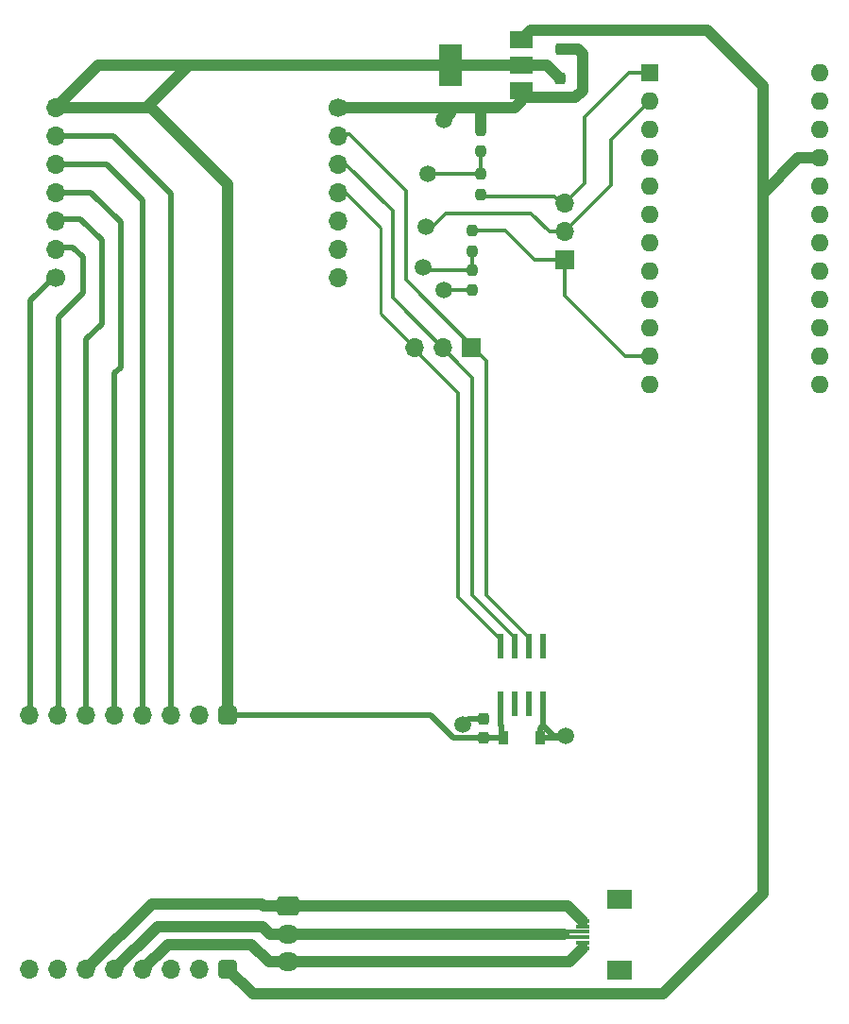
<source format=gbr>
%TF.GenerationSoftware,KiCad,Pcbnew,(6.0.1)*%
%TF.CreationDate,2023-04-08T22:05:36+08:00*%
%TF.ProjectId,Scroller Motor 1,5363726f-6c6c-4657-9220-4d6f746f7220,rev?*%
%TF.SameCoordinates,Original*%
%TF.FileFunction,Copper,L1,Top*%
%TF.FilePolarity,Positive*%
%FSLAX46Y46*%
G04 Gerber Fmt 4.6, Leading zero omitted, Abs format (unit mm)*
G04 Created by KiCad (PCBNEW (6.0.1)) date 2023-04-08 22:05:36*
%MOMM*%
%LPD*%
G01*
G04 APERTURE LIST*
G04 Aperture macros list*
%AMRoundRect*
0 Rectangle with rounded corners*
0 $1 Rounding radius*
0 $2 $3 $4 $5 $6 $7 $8 $9 X,Y pos of 4 corners*
0 Add a 4 corners polygon primitive as box body*
4,1,4,$2,$3,$4,$5,$6,$7,$8,$9,$2,$3,0*
0 Add four circle primitives for the rounded corners*
1,1,$1+$1,$2,$3*
1,1,$1+$1,$4,$5*
1,1,$1+$1,$6,$7*
1,1,$1+$1,$8,$9*
0 Add four rect primitives between the rounded corners*
20,1,$1+$1,$2,$3,$4,$5,0*
20,1,$1+$1,$4,$5,$6,$7,0*
20,1,$1+$1,$6,$7,$8,$9,0*
20,1,$1+$1,$8,$9,$2,$3,0*%
G04 Aperture macros list end*
%TA.AperFunction,SMDPad,CuDef*%
%ADD10R,2.200000X1.800000*%
%TD*%
%TA.AperFunction,SMDPad,CuDef*%
%ADD11R,1.300000X0.300000*%
%TD*%
%TA.AperFunction,ComponentPad*%
%ADD12RoundRect,0.399500X0.450500X-0.450500X0.450500X0.450500X-0.450500X0.450500X-0.450500X-0.450500X0*%
%TD*%
%TA.AperFunction,ComponentPad*%
%ADD13O,1.700000X1.700000*%
%TD*%
%TA.AperFunction,SMDPad,CuDef*%
%ADD14RoundRect,0.237500X-0.237500X0.300000X-0.237500X-0.300000X0.237500X-0.300000X0.237500X0.300000X0*%
%TD*%
%TA.AperFunction,ComponentPad*%
%ADD15R,1.700000X1.700000*%
%TD*%
%TA.AperFunction,SMDPad,CuDef*%
%ADD16RoundRect,0.237500X-0.237500X0.250000X-0.237500X-0.250000X0.237500X-0.250000X0.237500X0.250000X0*%
%TD*%
%TA.AperFunction,SMDPad,CuDef*%
%ADD17RoundRect,0.237500X0.237500X-0.250000X0.237500X0.250000X-0.237500X0.250000X-0.237500X-0.250000X0*%
%TD*%
%TA.AperFunction,ComponentPad*%
%ADD18R,1.600000X1.600000*%
%TD*%
%TA.AperFunction,ComponentPad*%
%ADD19O,1.600000X1.600000*%
%TD*%
%TA.AperFunction,SMDPad,CuDef*%
%ADD20RoundRect,0.237500X0.237500X-0.300000X0.237500X0.300000X-0.237500X0.300000X-0.237500X-0.300000X0*%
%TD*%
%TA.AperFunction,ComponentPad*%
%ADD21C,1.700000*%
%TD*%
%TA.AperFunction,SMDPad,CuDef*%
%ADD22R,2.000000X1.500000*%
%TD*%
%TA.AperFunction,SMDPad,CuDef*%
%ADD23R,2.000000X3.800000*%
%TD*%
%TA.AperFunction,SMDPad,CuDef*%
%ADD24R,0.600000X2.200000*%
%TD*%
%TA.AperFunction,SMDPad,CuDef*%
%ADD25R,0.900000X1.200000*%
%TD*%
%TA.AperFunction,ComponentPad*%
%ADD26RoundRect,0.250000X-0.725000X0.600000X-0.725000X-0.600000X0.725000X-0.600000X0.725000X0.600000X0*%
%TD*%
%TA.AperFunction,ComponentPad*%
%ADD27O,1.950000X1.700000*%
%TD*%
%TA.AperFunction,ViaPad*%
%ADD28C,1.500000*%
%TD*%
%TA.AperFunction,Conductor*%
%ADD29C,1.000000*%
%TD*%
%TA.AperFunction,Conductor*%
%ADD30C,0.300000*%
%TD*%
%TA.AperFunction,Conductor*%
%ADD31C,0.500000*%
%TD*%
%TA.AperFunction,Conductor*%
%ADD32C,0.250000*%
%TD*%
G04 APERTURE END LIST*
D10*
%TO.P,J4,MP*%
%TO.N,N/C*%
X135700000Y-147100000D03*
X135700000Y-153400000D03*
D11*
%TO.P,J4,1,Pin_1*%
%TO.N,/W_Out*%
X132450000Y-151500000D03*
%TO.P,J4,2,Pin_2*%
X132450000Y-151000000D03*
%TO.P,J4,3,Pin_3*%
%TO.N,/V_Out*%
X132450000Y-150500000D03*
%TO.P,J4,4,Pin_4*%
X132450000Y-150000000D03*
%TO.P,J4,5,Pin_5*%
%TO.N,/U_Out*%
X132450000Y-149500000D03*
%TO.P,J4,6,Pin_6*%
X132450000Y-149000000D03*
%TD*%
D12*
%TO.P,TMC1,1,+VCC_IO*%
%TO.N,+3V3*%
X100622893Y-130547107D03*
D13*
%TO.P,TMC1,2,GND*%
%TO.N,GND*%
X98082893Y-130547107D03*
%TO.P,TMC1,3,UH_in*%
%TO.N,UH_in*%
X95542893Y-130547107D03*
%TO.P,TMC1,4,UL_in*%
%TO.N,UL_in*%
X93002893Y-130547107D03*
%TO.P,TMC1,5,VH_in*%
%TO.N,VH_in*%
X90462893Y-130547107D03*
%TO.P,TMC1,6,VL_in*%
%TO.N,VL_in*%
X87922893Y-130547107D03*
%TO.P,TMC1,7,WH_in*%
%TO.N,WH_in*%
X85382893Y-130547107D03*
%TO.P,TMC1,8,WL_in*%
%TO.N,WL_in*%
X82842893Y-130547107D03*
D12*
%TO.P,TMC1,9,+VBAT*%
%TO.N,+5V*%
X100622893Y-153347107D03*
D13*
%TO.P,TMC1,10,GND*%
%TO.N,GND*%
X98082893Y-153347107D03*
%TO.P,TMC1,11,GND*%
X95542893Y-153347107D03*
%TO.P,TMC1,12,W*%
%TO.N,/W_Out*%
X93002893Y-153347107D03*
%TO.P,TMC1,13,V*%
%TO.N,/V_Out*%
X90462893Y-153347107D03*
%TO.P,TMC1,14,W*%
%TO.N,/U_Out*%
X87922893Y-153347107D03*
%TO.P,TMC1,15,GND*%
%TO.N,GND*%
X85382893Y-153347107D03*
%TO.P,TMC1,16,DIAG*%
%TO.N,unconnected-(TMC1-Pad16)*%
X82842893Y-153347107D03*
%TD*%
D14*
%TO.P,C1,1*%
%TO.N,+5V*%
X130500000Y-69175000D03*
%TO.P,C1,2*%
%TO.N,GND*%
X130500000Y-70900000D03*
%TD*%
D15*
%TO.P,J2,1,Pin_1*%
%TO.N,SDA*%
X122400000Y-97600000D03*
D13*
%TO.P,J2,2,Pin_2*%
%TO.N,SCL*%
X119860000Y-97600000D03*
%TO.P,J2,3,Pin_3*%
%TO.N,CSn*%
X117320000Y-97600000D03*
%TD*%
D16*
%TO.P,RM_1,1*%
%TO.N,BTN_NEXT_O*%
X122500000Y-87142500D03*
%TO.P,RM_1,2*%
%TO.N,BTN_NXT*%
X122500000Y-88967500D03*
%TD*%
D17*
%TO.P,RS_2,1*%
%TO.N,Net-(ESP32-Pad12)*%
X123300000Y-80000000D03*
%TO.P,RS_2,2*%
%TO.N,GND*%
X123300000Y-78175000D03*
%TD*%
D18*
%TO.P,QMK1,1,D1/TX*%
%TO.N,SERIAL_RX*%
X138430000Y-73025000D03*
D19*
%TO.P,QMK1,2,D0/RX*%
%TO.N,SERIAL_TX*%
X138430000Y-75565000D03*
%TO.P,QMK1,3,GND*%
%TO.N,GND*%
X138430000Y-78105000D03*
%TO.P,QMK1,4,GND*%
X138430000Y-80645000D03*
%TO.P,QMK1,5,D2*%
%TO.N,unconnected-(QMK1-Pad5)*%
X138430000Y-83185000D03*
%TO.P,QMK1,6,~D3*%
%TO.N,unconnected-(QMK1-Pad6)*%
X138430000Y-85725000D03*
%TO.P,QMK1,7,D4/A6*%
%TO.N,unconnected-(QMK1-Pad7)*%
X138430000Y-88265000D03*
%TO.P,QMK1,8,~D5*%
%TO.N,unconnected-(QMK1-Pad8)*%
X138430000Y-90805000D03*
%TO.P,QMK1,9,~D6/A7*%
%TO.N,unconnected-(QMK1-Pad9)*%
X138430000Y-93345000D03*
%TO.P,QMK1,10,D7*%
%TO.N,unconnected-(QMK1-Pad10)*%
X138430000Y-95885000D03*
%TO.P,QMK1,11,D8/A8*%
%TO.N,BTN_NEXT_O*%
X138430000Y-98425000D03*
%TO.P,QMK1,12,~D9/A9*%
%TO.N,unconnected-(QMK1-Pad12)*%
X138430000Y-100965000D03*
%TO.P,QMK1,13,~D10/A10*%
%TO.N,Col 4*%
X153670000Y-100965000D03*
%TO.P,QMK1,14,D16*%
%TO.N,Col 3*%
X153670000Y-98425000D03*
%TO.P,QMK1,15,D14*%
%TO.N,Col 2*%
X153670000Y-95885000D03*
%TO.P,QMK1,16,D15*%
%TO.N,Col 1*%
X153670000Y-93345000D03*
%TO.P,QMK1,17,D18/A0*%
%TO.N,Row 4*%
X153670000Y-90805000D03*
%TO.P,QMK1,18,D19/A1*%
%TO.N,Row 3*%
X153670000Y-88265000D03*
%TO.P,QMK1,19,D20/A2*%
%TO.N,Row 2*%
X153670000Y-85725000D03*
%TO.P,QMK1,20,D21/A3*%
%TO.N,Row 1*%
X153670000Y-83185000D03*
%TO.P,QMK1,21,VCC*%
%TO.N,+5V*%
X153670000Y-80645000D03*
%TO.P,QMK1,22,RST*%
%TO.N,unconnected-(QMK1-Pad22)*%
X153670000Y-78105000D03*
%TO.P,QMK1,23,GND*%
%TO.N,GND*%
X153670000Y-75565000D03*
%TO.P,QMK1,24,RAW*%
%TO.N,unconnected-(QMK1-Pad24)*%
X153670000Y-73025000D03*
%TD*%
D20*
%TO.P,C4,1*%
%TO.N,+3V3*%
X123500000Y-132625000D03*
%TO.P,C4,2*%
%TO.N,GND*%
X123500000Y-130900000D03*
%TD*%
D16*
%TO.P,RM_2,1*%
%TO.N,BTN_NXT*%
X122500000Y-90675000D03*
%TO.P,RM_2,2*%
%TO.N,GND*%
X122500000Y-92500000D03*
%TD*%
D15*
%TO.P,J3,1,Pin_1*%
%TO.N,BTN_NEXT_O*%
X130800000Y-89800000D03*
D13*
%TO.P,J3,2,Pin_2*%
%TO.N,SERIAL_TX*%
X130800000Y-87260000D03*
%TO.P,J3,3,Pin_3*%
%TO.N,SERIAL_RX*%
X130800000Y-84720000D03*
%TD*%
%TO.P,ESP32,1,3V3*%
%TO.N,+3V3*%
X85170500Y-76106000D03*
%TO.P,ESP32,2,UH*%
%TO.N,UH_in*%
X85170500Y-78646000D03*
%TO.P,ESP32,3,UL*%
%TO.N,UL_in*%
X85170500Y-81186000D03*
%TO.P,ESP32,4,VH*%
%TO.N,VH_in*%
X85170500Y-83726000D03*
%TO.P,ESP32,5,VL*%
%TO.N,VL_in*%
X85170500Y-86266000D03*
%TO.P,ESP32,6,WH*%
%TO.N,WH_in*%
X85170500Y-88806000D03*
D21*
%TO.P,ESP32,7,WL*%
%TO.N,WL_in*%
X85170500Y-91346000D03*
%TO.P,ESP32,8,GND*%
%TO.N,GND*%
X110490000Y-76126000D03*
D13*
%TO.P,ESP32,9,SDA*%
%TO.N,SDA*%
X110490000Y-78666000D03*
%TO.P,ESP32,10,SCL*%
%TO.N,SCL*%
X110490000Y-81206000D03*
%TO.P,ESP32,11,CSN*%
%TO.N,CSn*%
X110490000Y-83746000D03*
%TO.P,ESP32,12,S_RX*%
%TO.N,Net-(ESP32-Pad12)*%
X110490000Y-86286000D03*
%TO.P,ESP32,13,S_TX*%
%TO.N,SERIAL_TX*%
X110490000Y-88826000D03*
%TO.P,ESP32,14,B_NXT*%
%TO.N,BTN_NXT*%
X110490000Y-91366000D03*
%TD*%
D17*
%TO.P,RS_1,1*%
%TO.N,SERIAL_RX*%
X123300000Y-83900000D03*
%TO.P,RS_1,2*%
%TO.N,Net-(ESP32-Pad12)*%
X123300000Y-82075000D03*
%TD*%
D22*
%TO.P,AMS1,1,GND*%
%TO.N,GND*%
X126900000Y-74600000D03*
D23*
%TO.P,AMS1,2,VO*%
%TO.N,+3V3*%
X120600000Y-72300000D03*
D22*
X126900000Y-72300000D03*
%TO.P,AMS1,3,VI*%
%TO.N,+5V*%
X126900000Y-70000000D03*
%TD*%
D24*
%TO.P,MT6701,8,Z/CSn*%
%TO.N,CSn*%
X125095000Y-124400000D03*
%TO.P,MT6701,7,B/SCL*%
%TO.N,SCL*%
X126365000Y-124400000D03*
%TO.P,MT6701,6,A/SDA*%
%TO.N,SDA*%
X127635000Y-124400000D03*
%TO.P,MT6701,5,PUSH*%
%TO.N,unconnected-(MT6701-Pad5)*%
X128905000Y-124400000D03*
%TO.P,MT6701,4,GND*%
%TO.N,GND*%
X128905000Y-129600000D03*
%TO.P,MT6701,3,OUT*%
%TO.N,unconnected-(MT6701-Pad3)*%
X127635000Y-129600000D03*
%TO.P,MT6701,2,MODE*%
%TO.N,unconnected-(MT6701-Pad2)*%
X126365000Y-129600000D03*
%TO.P,MT6701,1,VDD*%
%TO.N,+3V3*%
X125095000Y-129600000D03*
%TD*%
D14*
%TO.P,C2,1*%
%TO.N,+3V3*%
X130400000Y-73500000D03*
%TO.P,C2,2*%
%TO.N,GND*%
X130400000Y-75225000D03*
%TD*%
D25*
%TO.P,D1,1,K*%
%TO.N,+3V3*%
X125300000Y-132600000D03*
%TO.P,D1,2,A*%
%TO.N,GND*%
X128600000Y-132600000D03*
%TD*%
D26*
%TO.P,J1,1,Pin_1*%
%TO.N,/U_Out*%
X106000000Y-147700000D03*
D27*
%TO.P,J1,2,Pin_2*%
%TO.N,/V_Out*%
X106000000Y-150200000D03*
%TO.P,J1,3,Pin_3*%
%TO.N,/W_Out*%
X106000000Y-152700000D03*
%TD*%
D28*
%TO.N,GND*%
X121700000Y-131400500D03*
X119945000Y-92460000D03*
X120000000Y-77200000D03*
X130900000Y-132400000D03*
%TO.N,Net-(ESP32-Pad12)*%
X118500000Y-82100000D03*
%TO.N,SERIAL_TX*%
X118400000Y-86800000D03*
%TO.N,BTN_NXT*%
X118145000Y-90460000D03*
%TD*%
D29*
%TO.N,+5V*%
X148590000Y-146610000D02*
X148590000Y-83820000D01*
X102850786Y-155575000D02*
X139625000Y-155575000D01*
X100622893Y-153347107D02*
X102850786Y-155575000D01*
X139625000Y-155575000D02*
X148590000Y-146610000D01*
D30*
%TO.N,/V_Out*%
X131000000Y-150500000D02*
X130700000Y-150200000D01*
X132450000Y-150500000D02*
X131000000Y-150500000D01*
X130900000Y-150000000D02*
X130700000Y-150200000D01*
X132450000Y-150000000D02*
X130900000Y-150000000D01*
D29*
%TO.N,/U_Out*%
X131100000Y-147700000D02*
X132400000Y-149000000D01*
X106000000Y-147700000D02*
X131100000Y-147700000D01*
X132400000Y-149000000D02*
X132450000Y-149000000D01*
%TO.N,/W_Out*%
X132400000Y-151500000D02*
X132450000Y-151500000D01*
X131200000Y-152700000D02*
X132400000Y-151500000D01*
X106000000Y-152700000D02*
X131200000Y-152700000D01*
%TO.N,/V_Out*%
X106000000Y-150200000D02*
X130700000Y-150200000D01*
D31*
%TO.N,GND*%
X121700000Y-131400500D02*
X122200500Y-130900000D01*
X122200500Y-130900000D02*
X123500000Y-130900000D01*
%TO.N,+3V3*%
X125095000Y-131495000D02*
X125095000Y-129600000D01*
X125100000Y-131500000D02*
X125095000Y-131495000D01*
X120800000Y-132600000D02*
X124900000Y-132600000D01*
X124900000Y-132600000D02*
X125100000Y-132400000D01*
X118747107Y-130547107D02*
X120800000Y-132600000D01*
X125100000Y-132400000D02*
X125100000Y-131500000D01*
X100622893Y-130547107D02*
X118747107Y-130547107D01*
D29*
%TO.N,/W_Out*%
X102730000Y-151130000D02*
X104300000Y-152700000D01*
X104300000Y-152700000D02*
X106000000Y-152700000D01*
X95220000Y-151130000D02*
X102730000Y-151130000D01*
X93002893Y-153347107D02*
X95220000Y-151130000D01*
%TO.N,/U_Out*%
X103800000Y-147700000D02*
X106000000Y-147700000D01*
X103600000Y-147500000D02*
X103800000Y-147700000D01*
X93770000Y-147500000D02*
X103600000Y-147500000D01*
%TO.N,/V_Out*%
X103700000Y-149500000D02*
X104400000Y-150200000D01*
X94310000Y-149500000D02*
X103700000Y-149500000D01*
X90462893Y-153347107D02*
X94310000Y-149500000D01*
X104400000Y-150200000D02*
X106000000Y-150200000D01*
%TO.N,/U_Out*%
X87922893Y-153347107D02*
X93770000Y-147500000D01*
D31*
%TO.N,GND*%
X130700000Y-132600000D02*
X130900000Y-132400000D01*
X128600000Y-132600000D02*
X130700000Y-132600000D01*
X128600000Y-131750000D02*
X128905000Y-131445000D01*
X128600000Y-132600000D02*
X128600000Y-131750000D01*
X128905000Y-131505000D02*
X128905000Y-131445000D01*
X130900000Y-132400000D02*
X129800000Y-132400000D01*
X129800000Y-132400000D02*
X128905000Y-131505000D01*
D29*
X120574000Y-76126000D02*
X110490000Y-76126000D01*
X132400000Y-71300000D02*
X132400000Y-74600000D01*
X126300000Y-76100000D02*
X123177000Y-76100000D01*
X123151000Y-76126000D02*
X120574000Y-76126000D01*
X131775000Y-75225000D02*
X130400000Y-75225000D01*
D30*
X119985000Y-92500000D02*
X122500000Y-92500000D01*
D29*
X132000000Y-70900000D02*
X132400000Y-71300000D01*
X123300000Y-76275000D02*
X123151000Y-76126000D01*
X126900000Y-74600000D02*
X127525000Y-75225000D01*
X132400000Y-74600000D02*
X131775000Y-75225000D01*
X120000000Y-77200000D02*
X120574000Y-76626000D01*
X127525000Y-75225000D02*
X130400000Y-75225000D01*
X123300000Y-76275000D02*
X123300000Y-78175000D01*
X123177000Y-76100000D02*
X123151000Y-76126000D01*
X126900000Y-75500000D02*
X126300000Y-76100000D01*
D31*
X128905000Y-131445000D02*
X128905000Y-129600000D01*
D29*
X130500000Y-70900000D02*
X132000000Y-70900000D01*
X120574000Y-76626000D02*
X120574000Y-76126000D01*
X126900000Y-74600000D02*
X126900000Y-75500000D01*
%TO.N,+3V3*%
X100600000Y-83000000D02*
X100600000Y-130524214D01*
X126900000Y-72300000D02*
X129200000Y-72300000D01*
X89346000Y-76106000D02*
X93706000Y-76106000D01*
X97100000Y-72300000D02*
X93294000Y-76106000D01*
X85170500Y-76106000D02*
X89346000Y-76106000D01*
X93706000Y-76106000D02*
X100600000Y-83000000D01*
X120600000Y-72300000D02*
X92300000Y-72300000D01*
X92300000Y-72300000D02*
X88976500Y-72300000D01*
X126900000Y-72300000D02*
X120600000Y-72300000D01*
X100600000Y-130524214D02*
X100622893Y-130547107D01*
X129200000Y-72300000D02*
X130400000Y-73500000D01*
X88976500Y-72300000D02*
X85170500Y-76106000D01*
X93294000Y-76106000D02*
X89346000Y-76106000D01*
%TO.N,+5V*%
X151765000Y-80645000D02*
X153670000Y-80645000D01*
X143575000Y-69175000D02*
X130500000Y-69175000D01*
X148590000Y-83820000D02*
X148590000Y-74190000D01*
X127725000Y-69175000D02*
X130500000Y-69175000D01*
X148590000Y-83820000D02*
X151765000Y-80645000D01*
X148590000Y-74190000D02*
X143575000Y-69175000D01*
X126900000Y-70000000D02*
X127725000Y-69175000D01*
D31*
%TO.N,UH_in*%
X90346000Y-78646000D02*
X95500000Y-83800000D01*
X95500000Y-130504214D02*
X95542893Y-130547107D01*
X85170500Y-78646000D02*
X90346000Y-78646000D01*
X95500000Y-83800000D02*
X95500000Y-130504214D01*
%TO.N,UL_in*%
X85170500Y-81186000D02*
X89786000Y-81186000D01*
X93002893Y-84402893D02*
X93002893Y-130547107D01*
X89786000Y-81186000D02*
X93002893Y-84402893D01*
%TO.N,VH_in*%
X90462893Y-130547107D02*
X90462893Y-99937107D01*
X90462893Y-99937107D02*
X91000000Y-99400000D01*
X88326000Y-83726000D02*
X85170500Y-83726000D01*
X91000000Y-86400000D02*
X88326000Y-83726000D01*
X91000000Y-99400000D02*
X91000000Y-86400000D01*
%TO.N,VL_in*%
X87356000Y-86086000D02*
X85170500Y-86086000D01*
X87900000Y-96885000D02*
X89300000Y-95485000D01*
X89300000Y-95485000D02*
X89300000Y-88030000D01*
X89300000Y-88030000D02*
X87356000Y-86086000D01*
X87900000Y-130524214D02*
X87900000Y-96885000D01*
X87922893Y-130547107D02*
X87900000Y-130524214D01*
%TO.N,WH_in*%
X85400000Y-130530000D02*
X85400000Y-94940000D01*
X87630000Y-89535000D02*
X86721000Y-88626000D01*
X87630000Y-92710000D02*
X87630000Y-89535000D01*
X85400000Y-94940000D02*
X87630000Y-92710000D01*
X85382893Y-130547107D02*
X85400000Y-130530000D01*
X86721000Y-88626000D02*
X85170500Y-88626000D01*
%TO.N,WL_in*%
X82900000Y-130490000D02*
X82900000Y-93436500D01*
X82900000Y-93436500D02*
X85170500Y-91166000D01*
X82842893Y-130547107D02*
X82900000Y-130490000D01*
D30*
%TO.N,SDA*%
X127635000Y-123600000D02*
X123825000Y-119790000D01*
X116586000Y-83566000D02*
X111506000Y-78486000D01*
X123825000Y-98825000D02*
X116586000Y-91586000D01*
X111506000Y-78486000D02*
X110490000Y-78486000D01*
X123825000Y-119790000D02*
X123825000Y-98825000D01*
X127635000Y-124400000D02*
X127635000Y-123600000D01*
X116586000Y-91586000D02*
X116586000Y-83566000D01*
%TO.N,SCL*%
X115400000Y-85400000D02*
X111026000Y-81026000D01*
X126365000Y-124400000D02*
X126365000Y-123600000D01*
X111026000Y-81026000D02*
X110490000Y-81026000D01*
X115400000Y-93175000D02*
X115400000Y-85400000D01*
X122555000Y-119790000D02*
X122555000Y-100330000D01*
X126365000Y-123600000D02*
X122555000Y-119790000D01*
X122555000Y-100330000D02*
X115400000Y-93175000D01*
D32*
%TO.N,CSn*%
X114300000Y-94580000D02*
X114300000Y-86900000D01*
D30*
X121285000Y-119985000D02*
X121285000Y-101685000D01*
X121285000Y-101685000D02*
X117390000Y-97790000D01*
X125095000Y-123795000D02*
X121285000Y-119985000D01*
D32*
X114300000Y-86900000D02*
X111146000Y-83746000D01*
X117320000Y-97600000D02*
X114300000Y-94580000D01*
D30*
X125095000Y-124400000D02*
X125095000Y-123795000D01*
D32*
X111146000Y-83746000D02*
X110490000Y-83746000D01*
D30*
%TO.N,Net-(ESP32-Pad12)*%
X123300000Y-82075000D02*
X118525000Y-82075000D01*
X123300000Y-82075000D02*
X123300000Y-80000000D01*
X118525000Y-82075000D02*
X118500000Y-82100000D01*
%TO.N,SERIAL_TX*%
X130800000Y-87260000D02*
X135000000Y-83060000D01*
X135000000Y-78995000D02*
X138430000Y-75565000D01*
X135000000Y-83060000D02*
X135000000Y-78995000D01*
X127800000Y-85600000D02*
X129460000Y-87260000D01*
X129460000Y-87260000D02*
X130800000Y-87260000D01*
X120140000Y-85600000D02*
X127800000Y-85600000D01*
X118940000Y-86800000D02*
X120140000Y-85600000D01*
X118400000Y-86800000D02*
X118940000Y-86800000D01*
%TO.N,BTN_NXT*%
X118360000Y-90675000D02*
X122500000Y-90675000D01*
X122500000Y-88967500D02*
X122500000Y-90675000D01*
%TO.N,SERIAL_RX*%
X130800000Y-84720000D02*
X132600000Y-82920000D01*
X130420000Y-84720000D02*
X130800000Y-84720000D01*
X129900000Y-84100000D02*
X130520000Y-84720000D01*
X136575000Y-73025000D02*
X138430000Y-73025000D01*
X123800000Y-84100000D02*
X129900000Y-84100000D01*
X130520000Y-84720000D02*
X130800000Y-84720000D01*
X132600000Y-82920000D02*
X132600000Y-77000000D01*
X132600000Y-77000000D02*
X136575000Y-73025000D01*
%TO.N,BTN_NEXT_O*%
X128100000Y-89800000D02*
X130800000Y-89800000D01*
X122500000Y-87142500D02*
X125442500Y-87142500D01*
X125442500Y-87142500D02*
X128100000Y-89800000D01*
X136225000Y-98425000D02*
X138430000Y-98425000D01*
X130800000Y-89800000D02*
X130800000Y-93000000D01*
X130800000Y-93000000D02*
X136225000Y-98425000D01*
%TD*%
M02*

</source>
